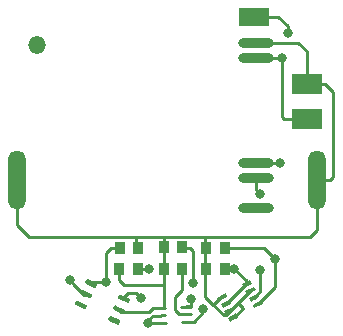
<source format=gbr>
G04 #@! TF.GenerationSoftware,KiCad,Pcbnew,(5.0.2)-1*
G04 #@! TF.CreationDate,2019-07-28T22:47:38+08:00*
G04 #@! TF.ProjectId,I2CS,49324353-2e6b-4696-9361-645f70636258,rev?*
G04 #@! TF.SameCoordinates,Original*
G04 #@! TF.FileFunction,Copper,L1,Top*
G04 #@! TF.FilePolarity,Positive*
%FSLAX46Y46*%
G04 Gerber Fmt 4.6, Leading zero omitted, Abs format (unit mm)*
G04 Created by KiCad (PCBNEW (5.0.2)-1) date 2019-07-28 22:47:38*
%MOMM*%
%LPD*%
G01*
G04 APERTURE LIST*
G04 #@! TA.AperFunction,ComponentPad*
%ADD10O,1.500000X1.500000*%
G04 #@! TD*
G04 #@! TA.AperFunction,SMDPad,CuDef*
%ADD11R,0.930000X0.980000*%
G04 #@! TD*
G04 #@! TA.AperFunction,ComponentPad*
%ADD12O,1.500000X5.000000*%
G04 #@! TD*
G04 #@! TA.AperFunction,SMDPad,CuDef*
%ADD13R,2.500000X1.500000*%
G04 #@! TD*
G04 #@! TA.AperFunction,SMDPad,CuDef*
%ADD14O,3.000000X0.800000*%
G04 #@! TD*
G04 #@! TA.AperFunction,Conductor*
%ADD15C,0.100000*%
G04 #@! TD*
G04 #@! TA.AperFunction,SMDPad,CuDef*
%ADD16C,0.400000*%
G04 #@! TD*
G04 #@! TA.AperFunction,SMDPad,CuDef*
%ADD17C,0.350000*%
G04 #@! TD*
G04 #@! TA.AperFunction,SMDPad,CuDef*
%ADD18R,2.600000X1.800000*%
G04 #@! TD*
G04 #@! TA.AperFunction,SMDPad,CuDef*
%ADD19C,0.250000*%
G04 #@! TD*
G04 #@! TA.AperFunction,Conductor*
%ADD20C,0.250000*%
G04 #@! TD*
G04 #@! TA.AperFunction,ViaPad*
%ADD21C,0.800000*%
G04 #@! TD*
G04 APERTURE END LIST*
D10*
G04 #@! TO.P,REF\002A\002A,1*
G04 #@! TO.N,GND*
X123207780Y-98051620D03*
G04 #@! TD*
D11*
G04 #@! TO.P,C2,1*
G04 #@! TO.N,+3V3*
X133925820Y-115222020D03*
G04 #@! TO.P,C2,2*
G04 #@! TO.N,GND*
X135465820Y-115222020D03*
G04 #@! TD*
D12*
G04 #@! TO.P,BT1,1*
G04 #@! TO.N,+3V3*
X146903440Y-109481620D03*
X121503440Y-109481620D03*
G04 #@! TD*
D11*
G04 #@! TO.P,R1,2*
G04 #@! TO.N,SCL*
X139083540Y-115244880D03*
G04 #@! TO.P,R1,1*
G04 #@! TO.N,+3V3*
X137543540Y-115244880D03*
G04 #@! TD*
D13*
G04 #@! TO.P,U1,2*
G04 #@! TO.N,GND*
X141592300Y-95679260D03*
D14*
G04 #@! TO.P,U1,1*
G04 #@! TO.N,+3V3*
X141742160Y-97904300D03*
G04 #@! TO.P,U1,2*
G04 #@! TO.N,GND*
X141742160Y-99174300D03*
G04 #@! TO.P,U1,9*
G04 #@! TO.N,SCL*
X141742160Y-108064300D03*
G04 #@! TO.P,U1,10*
G04 #@! TO.N,SDA*
X141742160Y-109334300D03*
G04 #@! TO.P,U1,12*
G04 #@! TO.N,Net-(U1-Pad12)*
X141765020Y-111874300D03*
G04 #@! TD*
D15*
G04 #@! TO.N,SCL*
G04 #@! TO.C,U2*
G36*
X130281488Y-119222197D02*
X130291123Y-119224059D01*
X130300529Y-119226856D01*
X130309616Y-119230562D01*
X131034662Y-119568657D01*
X131043342Y-119573236D01*
X131051531Y-119578644D01*
X131059151Y-119584828D01*
X131066128Y-119591729D01*
X131072395Y-119599281D01*
X131077891Y-119607411D01*
X131082564Y-119616040D01*
X131086369Y-119625086D01*
X131089269Y-119634461D01*
X131091236Y-119644076D01*
X131092251Y-119653837D01*
X131092305Y-119663650D01*
X131091396Y-119673421D01*
X131089534Y-119683057D01*
X131086737Y-119692463D01*
X131083031Y-119701550D01*
X130998507Y-119882811D01*
X130993928Y-119891491D01*
X130988520Y-119899680D01*
X130982336Y-119907300D01*
X130975435Y-119914277D01*
X130967883Y-119920544D01*
X130959753Y-119926040D01*
X130951124Y-119930714D01*
X130942078Y-119934518D01*
X130932702Y-119937418D01*
X130923088Y-119939385D01*
X130913327Y-119940400D01*
X130903514Y-119940454D01*
X130893742Y-119939545D01*
X130884107Y-119937683D01*
X130874701Y-119934886D01*
X130865614Y-119931180D01*
X130140568Y-119593085D01*
X130131888Y-119588506D01*
X130123699Y-119583098D01*
X130116079Y-119576914D01*
X130109102Y-119570013D01*
X130102835Y-119562461D01*
X130097339Y-119554331D01*
X130092666Y-119545702D01*
X130088861Y-119536656D01*
X130085961Y-119527281D01*
X130083994Y-119517666D01*
X130082979Y-119507905D01*
X130082925Y-119498092D01*
X130083834Y-119488321D01*
X130085696Y-119478685D01*
X130088493Y-119469279D01*
X130092199Y-119460192D01*
X130176723Y-119278931D01*
X130181302Y-119270251D01*
X130186710Y-119262062D01*
X130192894Y-119254442D01*
X130199795Y-119247465D01*
X130207347Y-119241198D01*
X130215477Y-119235702D01*
X130224106Y-119231028D01*
X130233152Y-119227224D01*
X130242528Y-119224324D01*
X130252142Y-119222357D01*
X130261903Y-119221342D01*
X130271716Y-119221288D01*
X130281488Y-119222197D01*
X130281488Y-119222197D01*
G37*
D16*
G04 #@! TD*
G04 #@! TO.P,U2,6*
G04 #@! TO.N,SCL*
X130587615Y-119580871D03*
D15*
G04 #@! TO.N,+3V3*
G04 #@! TO.C,U2*
G36*
X129858870Y-120128504D02*
X129868505Y-120130366D01*
X129877911Y-120133163D01*
X129886998Y-120136869D01*
X130612044Y-120474964D01*
X130620724Y-120479543D01*
X130628913Y-120484951D01*
X130636533Y-120491135D01*
X130643510Y-120498036D01*
X130649777Y-120505588D01*
X130655273Y-120513718D01*
X130659946Y-120522347D01*
X130663751Y-120531393D01*
X130666651Y-120540768D01*
X130668618Y-120550383D01*
X130669633Y-120560144D01*
X130669687Y-120569957D01*
X130668778Y-120579728D01*
X130666916Y-120589364D01*
X130664119Y-120598770D01*
X130660413Y-120607857D01*
X130575889Y-120789118D01*
X130571310Y-120797798D01*
X130565902Y-120805987D01*
X130559718Y-120813607D01*
X130552817Y-120820584D01*
X130545265Y-120826851D01*
X130537135Y-120832347D01*
X130528506Y-120837021D01*
X130519460Y-120840825D01*
X130510084Y-120843725D01*
X130500470Y-120845692D01*
X130490709Y-120846707D01*
X130480896Y-120846761D01*
X130471124Y-120845852D01*
X130461489Y-120843990D01*
X130452083Y-120841193D01*
X130442996Y-120837487D01*
X129717950Y-120499392D01*
X129709270Y-120494813D01*
X129701081Y-120489405D01*
X129693461Y-120483221D01*
X129686484Y-120476320D01*
X129680217Y-120468768D01*
X129674721Y-120460638D01*
X129670048Y-120452009D01*
X129666243Y-120442963D01*
X129663343Y-120433588D01*
X129661376Y-120423973D01*
X129660361Y-120414212D01*
X129660307Y-120404399D01*
X129661216Y-120394628D01*
X129663078Y-120384992D01*
X129665875Y-120375586D01*
X129669581Y-120366499D01*
X129754105Y-120185238D01*
X129758684Y-120176558D01*
X129764092Y-120168369D01*
X129770276Y-120160749D01*
X129777177Y-120153772D01*
X129784729Y-120147505D01*
X129792859Y-120142009D01*
X129801488Y-120137335D01*
X129810534Y-120133531D01*
X129819910Y-120130631D01*
X129829524Y-120128664D01*
X129839285Y-120127649D01*
X129849098Y-120127595D01*
X129858870Y-120128504D01*
X129858870Y-120128504D01*
G37*
D16*
G04 #@! TD*
G04 #@! TO.P,U2,5*
G04 #@! TO.N,+3V3*
X130164997Y-120487178D03*
D15*
G04 #@! TO.N,Net-(U2-Pad4)*
G04 #@! TO.C,U2*
G36*
X129436252Y-121034812D02*
X129445887Y-121036674D01*
X129455293Y-121039471D01*
X129464380Y-121043177D01*
X130189426Y-121381272D01*
X130198106Y-121385851D01*
X130206295Y-121391259D01*
X130213915Y-121397443D01*
X130220892Y-121404344D01*
X130227159Y-121411896D01*
X130232655Y-121420026D01*
X130237328Y-121428655D01*
X130241133Y-121437701D01*
X130244033Y-121447076D01*
X130246000Y-121456691D01*
X130247015Y-121466452D01*
X130247069Y-121476265D01*
X130246160Y-121486036D01*
X130244298Y-121495672D01*
X130241501Y-121505078D01*
X130237795Y-121514165D01*
X130153271Y-121695426D01*
X130148692Y-121704106D01*
X130143284Y-121712295D01*
X130137100Y-121719915D01*
X130130199Y-121726892D01*
X130122647Y-121733159D01*
X130114517Y-121738655D01*
X130105888Y-121743329D01*
X130096842Y-121747133D01*
X130087466Y-121750033D01*
X130077852Y-121752000D01*
X130068091Y-121753015D01*
X130058278Y-121753069D01*
X130048506Y-121752160D01*
X130038871Y-121750298D01*
X130029465Y-121747501D01*
X130020378Y-121743795D01*
X129295332Y-121405700D01*
X129286652Y-121401121D01*
X129278463Y-121395713D01*
X129270843Y-121389529D01*
X129263866Y-121382628D01*
X129257599Y-121375076D01*
X129252103Y-121366946D01*
X129247430Y-121358317D01*
X129243625Y-121349271D01*
X129240725Y-121339896D01*
X129238758Y-121330281D01*
X129237743Y-121320520D01*
X129237689Y-121310707D01*
X129238598Y-121300936D01*
X129240460Y-121291300D01*
X129243257Y-121281894D01*
X129246963Y-121272807D01*
X129331487Y-121091546D01*
X129336066Y-121082866D01*
X129341474Y-121074677D01*
X129347658Y-121067057D01*
X129354559Y-121060080D01*
X129362111Y-121053813D01*
X129370241Y-121048317D01*
X129378870Y-121043643D01*
X129387916Y-121039839D01*
X129397292Y-121036939D01*
X129406906Y-121034972D01*
X129416667Y-121033957D01*
X129426480Y-121033903D01*
X129436252Y-121034812D01*
X129436252Y-121034812D01*
G37*
D16*
G04 #@! TD*
G04 #@! TO.P,U2,4*
G04 #@! TO.N,Net-(U2-Pad4)*
X129742379Y-121393486D03*
D15*
G04 #@! TO.N,Net-(U2-Pad3)*
G04 #@! TO.C,U2*
G36*
X126626698Y-119724695D02*
X126636333Y-119726557D01*
X126645739Y-119729354D01*
X126654826Y-119733060D01*
X127379872Y-120071155D01*
X127388552Y-120075734D01*
X127396741Y-120081142D01*
X127404361Y-120087326D01*
X127411338Y-120094227D01*
X127417605Y-120101779D01*
X127423101Y-120109909D01*
X127427774Y-120118538D01*
X127431579Y-120127584D01*
X127434479Y-120136959D01*
X127436446Y-120146574D01*
X127437461Y-120156335D01*
X127437515Y-120166148D01*
X127436606Y-120175919D01*
X127434744Y-120185555D01*
X127431947Y-120194961D01*
X127428241Y-120204048D01*
X127343717Y-120385309D01*
X127339138Y-120393989D01*
X127333730Y-120402178D01*
X127327546Y-120409798D01*
X127320645Y-120416775D01*
X127313093Y-120423042D01*
X127304963Y-120428538D01*
X127296334Y-120433212D01*
X127287288Y-120437016D01*
X127277912Y-120439916D01*
X127268298Y-120441883D01*
X127258537Y-120442898D01*
X127248724Y-120442952D01*
X127238952Y-120442043D01*
X127229317Y-120440181D01*
X127219911Y-120437384D01*
X127210824Y-120433678D01*
X126485778Y-120095583D01*
X126477098Y-120091004D01*
X126468909Y-120085596D01*
X126461289Y-120079412D01*
X126454312Y-120072511D01*
X126448045Y-120064959D01*
X126442549Y-120056829D01*
X126437876Y-120048200D01*
X126434071Y-120039154D01*
X126431171Y-120029779D01*
X126429204Y-120020164D01*
X126428189Y-120010403D01*
X126428135Y-120000590D01*
X126429044Y-119990819D01*
X126430906Y-119981183D01*
X126433703Y-119971777D01*
X126437409Y-119962690D01*
X126521933Y-119781429D01*
X126526512Y-119772749D01*
X126531920Y-119764560D01*
X126538104Y-119756940D01*
X126545005Y-119749963D01*
X126552557Y-119743696D01*
X126560687Y-119738200D01*
X126569316Y-119733526D01*
X126578362Y-119729722D01*
X126587738Y-119726822D01*
X126597352Y-119724855D01*
X126607113Y-119723840D01*
X126616926Y-119723786D01*
X126626698Y-119724695D01*
X126626698Y-119724695D01*
G37*
D16*
G04 #@! TD*
G04 #@! TO.P,U2,3*
G04 #@! TO.N,Net-(U2-Pad3)*
X126932825Y-120083369D03*
D15*
G04 #@! TO.N,GND*
G04 #@! TO.C,U2*
G36*
X127049316Y-118818388D02*
X127058951Y-118820250D01*
X127068357Y-118823047D01*
X127077444Y-118826753D01*
X127802490Y-119164848D01*
X127811170Y-119169427D01*
X127819359Y-119174835D01*
X127826979Y-119181019D01*
X127833956Y-119187920D01*
X127840223Y-119195472D01*
X127845719Y-119203602D01*
X127850392Y-119212231D01*
X127854197Y-119221277D01*
X127857097Y-119230652D01*
X127859064Y-119240267D01*
X127860079Y-119250028D01*
X127860133Y-119259841D01*
X127859224Y-119269612D01*
X127857362Y-119279248D01*
X127854565Y-119288654D01*
X127850859Y-119297741D01*
X127766335Y-119479002D01*
X127761756Y-119487682D01*
X127756348Y-119495871D01*
X127750164Y-119503491D01*
X127743263Y-119510468D01*
X127735711Y-119516735D01*
X127727581Y-119522231D01*
X127718952Y-119526905D01*
X127709906Y-119530709D01*
X127700530Y-119533609D01*
X127690916Y-119535576D01*
X127681155Y-119536591D01*
X127671342Y-119536645D01*
X127661570Y-119535736D01*
X127651935Y-119533874D01*
X127642529Y-119531077D01*
X127633442Y-119527371D01*
X126908396Y-119189276D01*
X126899716Y-119184697D01*
X126891527Y-119179289D01*
X126883907Y-119173105D01*
X126876930Y-119166204D01*
X126870663Y-119158652D01*
X126865167Y-119150522D01*
X126860494Y-119141893D01*
X126856689Y-119132847D01*
X126853789Y-119123472D01*
X126851822Y-119113857D01*
X126850807Y-119104096D01*
X126850753Y-119094283D01*
X126851662Y-119084512D01*
X126853524Y-119074876D01*
X126856321Y-119065470D01*
X126860027Y-119056383D01*
X126944551Y-118875122D01*
X126949130Y-118866442D01*
X126954538Y-118858253D01*
X126960722Y-118850633D01*
X126967623Y-118843656D01*
X126975175Y-118837389D01*
X126983305Y-118831893D01*
X126991934Y-118827219D01*
X127000980Y-118823415D01*
X127010356Y-118820515D01*
X127019970Y-118818548D01*
X127029731Y-118817533D01*
X127039544Y-118817479D01*
X127049316Y-118818388D01*
X127049316Y-118818388D01*
G37*
D16*
G04 #@! TD*
G04 #@! TO.P,U2,2*
G04 #@! TO.N,GND*
X127355443Y-119177062D03*
D15*
G04 #@! TO.N,SDA*
G04 #@! TO.C,U2*
G36*
X127471934Y-117912080D02*
X127481569Y-117913942D01*
X127490975Y-117916739D01*
X127500062Y-117920445D01*
X128225108Y-118258540D01*
X128233788Y-118263119D01*
X128241977Y-118268527D01*
X128249597Y-118274711D01*
X128256574Y-118281612D01*
X128262841Y-118289164D01*
X128268337Y-118297294D01*
X128273010Y-118305923D01*
X128276815Y-118314969D01*
X128279715Y-118324344D01*
X128281682Y-118333959D01*
X128282697Y-118343720D01*
X128282751Y-118353533D01*
X128281842Y-118363304D01*
X128279980Y-118372940D01*
X128277183Y-118382346D01*
X128273477Y-118391433D01*
X128188953Y-118572694D01*
X128184374Y-118581374D01*
X128178966Y-118589563D01*
X128172782Y-118597183D01*
X128165881Y-118604160D01*
X128158329Y-118610427D01*
X128150199Y-118615923D01*
X128141570Y-118620597D01*
X128132524Y-118624401D01*
X128123148Y-118627301D01*
X128113534Y-118629268D01*
X128103773Y-118630283D01*
X128093960Y-118630337D01*
X128084188Y-118629428D01*
X128074553Y-118627566D01*
X128065147Y-118624769D01*
X128056060Y-118621063D01*
X127331014Y-118282968D01*
X127322334Y-118278389D01*
X127314145Y-118272981D01*
X127306525Y-118266797D01*
X127299548Y-118259896D01*
X127293281Y-118252344D01*
X127287785Y-118244214D01*
X127283112Y-118235585D01*
X127279307Y-118226539D01*
X127276407Y-118217164D01*
X127274440Y-118207549D01*
X127273425Y-118197788D01*
X127273371Y-118187975D01*
X127274280Y-118178204D01*
X127276142Y-118168568D01*
X127278939Y-118159162D01*
X127282645Y-118150075D01*
X127367169Y-117968814D01*
X127371748Y-117960134D01*
X127377156Y-117951945D01*
X127383340Y-117944325D01*
X127390241Y-117937348D01*
X127397793Y-117931081D01*
X127405923Y-117925585D01*
X127414552Y-117920911D01*
X127423598Y-117917107D01*
X127432974Y-117914207D01*
X127442588Y-117912240D01*
X127452349Y-117911225D01*
X127462162Y-117911171D01*
X127471934Y-117912080D01*
X127471934Y-117912080D01*
G37*
D16*
G04 #@! TD*
G04 #@! TO.P,U2,1*
G04 #@! TO.N,SDA*
X127778061Y-118270754D03*
D17*
G04 #@! TO.P,U3,5*
G04 #@! TO.N,+3V3*
X139800991Y-121148103D03*
D15*
G04 #@! TD*
G04 #@! TO.N,+3V3*
G04 #@! TO.C,U3*
G36*
X139529969Y-121490407D02*
X139365654Y-121181376D01*
X140072013Y-120805799D01*
X140236328Y-121114830D01*
X139529969Y-121490407D01*
X139529969Y-121490407D01*
G37*
D17*
G04 #@! TO.P,U3,6*
G04 #@! TO.N,+3V3*
X139495835Y-120574187D03*
D15*
G04 #@! TD*
G04 #@! TO.N,+3V3*
G04 #@! TO.C,U3*
G36*
X139224813Y-120916491D02*
X139060498Y-120607460D01*
X139766857Y-120231883D01*
X139931172Y-120540914D01*
X139224813Y-120916491D01*
X139224813Y-120916491D01*
G37*
D17*
G04 #@! TO.P,U3,7*
G04 #@! TO.N,GND*
X139190678Y-120000271D03*
D15*
G04 #@! TD*
G04 #@! TO.N,GND*
G04 #@! TO.C,U3*
G36*
X138919656Y-120342575D02*
X138755341Y-120033544D01*
X139461700Y-119657967D01*
X139626015Y-119966998D01*
X138919656Y-120342575D01*
X138919656Y-120342575D01*
G37*
D17*
G04 #@! TO.P,U3,8*
G04 #@! TO.N,+3V3*
X138885522Y-119426355D03*
D15*
G04 #@! TD*
G04 #@! TO.N,+3V3*
G04 #@! TO.C,U3*
G36*
X138614500Y-119768659D02*
X138450185Y-119459628D01*
X139156544Y-119084051D01*
X139320859Y-119393082D01*
X138614500Y-119768659D01*
X138614500Y-119768659D01*
G37*
D17*
G04 #@! TO.P,U3,1*
G04 #@! TO.N,GND*
X140960449Y-118323097D03*
D15*
G04 #@! TD*
G04 #@! TO.N,GND*
G04 #@! TO.C,U3*
G36*
X140689427Y-118665401D02*
X140525112Y-118356370D01*
X141231471Y-117980793D01*
X141395786Y-118289824D01*
X140689427Y-118665401D01*
X140689427Y-118665401D01*
G37*
D17*
G04 #@! TO.P,U3,2*
G04 #@! TO.N,+3V3*
X141265605Y-118897013D03*
D15*
G04 #@! TD*
G04 #@! TO.N,+3V3*
G04 #@! TO.C,U3*
G36*
X140994583Y-119239317D02*
X140830268Y-118930286D01*
X141536627Y-118554709D01*
X141700942Y-118863740D01*
X140994583Y-119239317D01*
X140994583Y-119239317D01*
G37*
D17*
G04 #@! TO.P,U3,3*
G04 #@! TO.N,SDA*
X141570762Y-119470929D03*
D15*
G04 #@! TD*
G04 #@! TO.N,SDA*
G04 #@! TO.C,U3*
G36*
X141299740Y-119813233D02*
X141135425Y-119504202D01*
X141841784Y-119128625D01*
X142006099Y-119437656D01*
X141299740Y-119813233D01*
X141299740Y-119813233D01*
G37*
D17*
G04 #@! TO.P,U3,4*
G04 #@! TO.N,SCL*
X141875918Y-120044845D03*
D15*
G04 #@! TD*
G04 #@! TO.N,SCL*
G04 #@! TO.C,U3*
G36*
X141604896Y-120387149D02*
X141440581Y-120078118D01*
X142146940Y-119702541D01*
X142311255Y-120011572D01*
X141604896Y-120387149D01*
X141604896Y-120387149D01*
G37*
D18*
G04 #@! TO.P,C1,2*
G04 #@! TO.N,GND*
X146014441Y-104385240D03*
G04 #@! TO.P,C1,1*
G04 #@! TO.N,+3V3*
X146014439Y-101385240D03*
G04 #@! TD*
D11*
G04 #@! TO.P,R2,2*
G04 #@! TO.N,+3V3*
X131740400Y-115224560D03*
G04 #@! TO.P,R2,1*
G04 #@! TO.N,SDA*
X130200400Y-115224560D03*
G04 #@! TD*
G04 #@! TO.P,C3,2*
G04 #@! TO.N,GND*
X131714240Y-117055900D03*
G04 #@! TO.P,C3,1*
G04 #@! TO.N,+3V3*
X130174240Y-117055900D03*
G04 #@! TD*
G04 #@! TO.P,C4,2*
G04 #@! TO.N,GND*
X139070840Y-117053360D03*
G04 #@! TO.P,C4,1*
G04 #@! TO.N,+3V3*
X137530840Y-117053360D03*
G04 #@! TD*
G04 #@! TO.P,R3,2*
G04 #@! TO.N,+3V3*
X133920740Y-117055900D03*
G04 #@! TO.P,R3,1*
G04 #@! TO.N,Net-(OPT1-Pad5)*
X135460740Y-117055900D03*
G04 #@! TD*
D19*
G04 #@! TO.P,OPT1,4*
G04 #@! TO.N,SCL*
X135867140Y-121526300D03*
D20*
G04 #@! TD*
G04 #@! TO.N,SCL*
G04 #@! TO.C,OPT1*
X135492654Y-121545926D02*
X136241626Y-121506674D01*
D19*
G04 #@! TO.P,OPT1,5*
G04 #@! TO.N,Net-(OPT1-Pad5)*
X135833122Y-120877191D03*
D20*
G04 #@! TD*
G04 #@! TO.N,Net-(OPT1-Pad5)*
G04 #@! TO.C,OPT1*
X135458636Y-120896817D02*
X136207608Y-120857565D01*
D19*
G04 #@! TO.P,OPT1,6*
G04 #@! TO.N,SDA*
X135799103Y-120228081D03*
D20*
G04 #@! TD*
G04 #@! TO.N,SDA*
G04 #@! TO.C,OPT1*
X135424617Y-120247707D02*
X136173589Y-120208455D01*
D19*
G04 #@! TO.P,OPT1,3*
G04 #@! TO.N,GND*
X133716172Y-121639027D03*
D20*
G04 #@! TD*
G04 #@! TO.N,GND*
G04 #@! TO.C,OPT1*
X133341686Y-121658653D02*
X134090658Y-121619401D01*
D19*
G04 #@! TO.P,OPT1,2*
G04 #@! TO.N,GND*
X133682154Y-120989918D03*
D20*
G04 #@! TD*
G04 #@! TO.N,GND*
G04 #@! TO.C,OPT1*
X133307668Y-121009544D02*
X134056640Y-120970292D01*
D19*
G04 #@! TO.P,OPT1,1*
G04 #@! TO.N,+3V3*
X133648135Y-120340809D03*
D20*
G04 #@! TD*
G04 #@! TO.N,+3V3*
G04 #@! TO.C,OPT1*
X133273649Y-120360435D02*
X134022621Y-120321183D01*
D21*
G04 #@! TO.N,GND*
X125961140Y-118003320D03*
X143946880Y-99220020D03*
X144434560Y-97043240D03*
X132566107Y-121639027D03*
X132689600Y-117060980D03*
X136380220Y-118229380D03*
X139913360Y-117055900D03*
G04 #@! TO.N,SDA*
X129029460Y-118125240D03*
X136268460Y-119580660D03*
X142114690Y-110658490D03*
X142112150Y-117095690D03*
G04 #@! TO.N,SCL*
X132006340Y-119540020D03*
X137269220Y-120398540D03*
X143357600Y-116166900D03*
X143758925Y-108064305D03*
G04 #@! TD*
D20*
G04 #@! TO.N,+3V3*
X133920740Y-117055900D02*
X133920740Y-117795900D01*
X139931140Y-121023845D02*
X140048228Y-121140933D01*
X130174240Y-117944140D02*
X130174240Y-117055900D01*
X130591560Y-118361460D02*
X130174240Y-117944140D01*
X133902960Y-118361460D02*
X130591560Y-118361460D01*
X133920740Y-117795900D02*
X133920740Y-118343680D01*
X133920740Y-118343680D02*
X133902960Y-118361460D01*
X139085812Y-119330890D02*
X138921070Y-119330890D01*
X140639800Y-120362405D02*
X140188996Y-119911601D01*
X139933433Y-121077682D02*
X140639800Y-120371315D01*
X140639800Y-120371315D02*
X140639800Y-120362405D01*
X139495835Y-120574187D02*
X139129359Y-120940663D01*
X139129359Y-120940663D02*
X138993565Y-120940663D01*
X138993565Y-120940663D02*
X137939780Y-119886878D01*
X133920740Y-120340809D02*
X133920740Y-117795900D01*
X133648135Y-120340809D02*
X133920740Y-120340809D01*
X130302310Y-120672860D02*
X130074366Y-120444916D01*
X132657710Y-120672860D02*
X130302310Y-120672860D01*
X133648135Y-120340809D02*
X132989761Y-120340809D01*
X132989761Y-120340809D02*
X132657710Y-120672860D01*
X121503440Y-109481620D02*
X121749820Y-109481620D01*
X146903440Y-109738160D02*
X146903440Y-109481620D01*
X137434320Y-117059200D02*
X137431020Y-117055900D01*
X137939780Y-119886878D02*
X137434320Y-119381418D01*
X137434320Y-119381418D02*
X137434320Y-117059200D01*
X138107981Y-120055079D02*
X137939780Y-119886878D01*
X138885522Y-119426355D02*
X138736705Y-119426355D01*
X138736705Y-119426355D02*
X138107981Y-120055079D01*
X137431020Y-117055900D02*
X137431020Y-116315900D01*
X143492160Y-97904300D02*
X141742160Y-97904300D01*
X145295620Y-97904300D02*
X143492160Y-97904300D01*
X146014439Y-101385240D02*
X146014439Y-98623119D01*
X146014439Y-98623119D02*
X145295620Y-97904300D01*
X147557360Y-101385240D02*
X146014439Y-101385240D01*
X148272500Y-102100380D02*
X147557360Y-101385240D01*
X148272500Y-109214920D02*
X148272500Y-102100380D01*
X146903440Y-109481620D02*
X148005800Y-109481620D01*
X148005800Y-109481620D02*
X148272500Y-109214920D01*
X139526410Y-120574187D02*
X140188996Y-119911601D01*
X139495835Y-120574187D02*
X139526410Y-120574187D01*
X141203584Y-118897013D02*
X141265605Y-118897013D01*
X140188996Y-119911601D02*
X141203584Y-118897013D01*
X139221955Y-120940663D02*
X141265605Y-118897013D01*
X139129359Y-120940663D02*
X139221955Y-120940663D01*
X131740400Y-115224560D02*
X131740400Y-115489740D01*
X137431020Y-115229640D02*
X137431020Y-117055900D01*
X137436100Y-115224560D02*
X137431020Y-115229640D01*
X131511040Y-114343180D02*
X131269740Y-114343180D01*
X131577080Y-114409220D02*
X131511040Y-114343180D01*
X131740400Y-115224560D02*
X131577080Y-115061240D01*
X131577080Y-115061240D02*
X131577080Y-114409220D01*
X133913880Y-114343180D02*
X131269740Y-114343180D01*
X137441940Y-114343180D02*
X133913880Y-114343180D01*
X137431020Y-114354100D02*
X137441940Y-114343180D01*
X137431020Y-115224560D02*
X137431020Y-114354100D01*
X133920740Y-115227860D02*
X133920740Y-117055900D01*
X133913880Y-114343180D02*
X133920740Y-114350040D01*
X133920740Y-114350040D02*
X133920740Y-115227860D01*
X131269740Y-114343180D02*
X124615000Y-114343180D01*
X121503440Y-113324640D02*
X121503440Y-109481620D01*
X124615000Y-114343180D02*
X122521980Y-114343180D01*
X122521980Y-114343180D02*
X121503440Y-113324640D01*
X146339560Y-114343180D02*
X137441940Y-114343180D01*
X146903440Y-109481620D02*
X146903440Y-113779300D01*
X146903440Y-113779300D02*
X146339560Y-114343180D01*
G04 #@! TO.N,GND*
X132566107Y-121639027D02*
X132566107Y-121639027D01*
X127446074Y-119219324D02*
X127177144Y-119219324D01*
X126361139Y-118403319D02*
X125961140Y-118003320D01*
X127177144Y-119219324D02*
X126361139Y-118403319D01*
X143901160Y-99174300D02*
X143946880Y-99220020D01*
X141742160Y-99174300D02*
X143901160Y-99174300D01*
X143611600Y-95679260D02*
X141592300Y-95679260D01*
X144434560Y-97043240D02*
X144434560Y-96502220D01*
X144434560Y-96502220D02*
X143611600Y-95679260D01*
X132566107Y-121639027D02*
X132566107Y-121400873D01*
X132977062Y-120989918D02*
X133682154Y-120989918D01*
X133716172Y-121639027D02*
X132566107Y-121639027D01*
X132566107Y-121400873D02*
X132977062Y-120989918D01*
X132684520Y-117055900D02*
X132689600Y-117060980D01*
X131714240Y-117055900D02*
X132684520Y-117055900D01*
X136173580Y-115290600D02*
X136380220Y-115497240D01*
X135458580Y-115290600D02*
X136173580Y-115290600D01*
X136380220Y-115497240D02*
X136380220Y-118229380D01*
X136380220Y-118229380D02*
X136380220Y-118229380D01*
X143946880Y-99785705D02*
X143946880Y-99220020D01*
X143946880Y-104211120D02*
X143946880Y-99785705D01*
X146014441Y-104385240D02*
X144121000Y-104385240D01*
X144121000Y-104385240D02*
X143946880Y-104211120D01*
X139687300Y-117055900D02*
X139913360Y-117055900D01*
X139913360Y-117055900D02*
X139687300Y-117055900D01*
X140960449Y-118102989D02*
X139913360Y-117055900D01*
X140960449Y-118261076D02*
X140960449Y-118102989D01*
X139323120Y-119929850D02*
X139323120Y-119898405D01*
X139323120Y-119898405D02*
X140960449Y-118261076D01*
X139913360Y-117055900D02*
X138971020Y-117055900D01*
G04 #@! TO.N,SDA*
X128463775Y-118125240D02*
X129029460Y-118125240D01*
X127868692Y-118313016D02*
X128056468Y-118125240D01*
X128056468Y-118125240D02*
X128463775Y-118125240D01*
X136268460Y-120228081D02*
X136268460Y-119580660D01*
X135799103Y-120228081D02*
X136268460Y-120228081D01*
X129485400Y-115224560D02*
X130200400Y-115224560D01*
X129029460Y-115680500D02*
X129485400Y-115224560D01*
X129029460Y-118125240D02*
X129029460Y-115680500D01*
X141742160Y-110285960D02*
X142114690Y-110658490D01*
X141742160Y-109334300D02*
X141742160Y-110285960D01*
X142112150Y-117661375D02*
X142112150Y-117095690D01*
X142112150Y-118929541D02*
X142112150Y-117661375D01*
X141570762Y-119470929D02*
X142112150Y-118929541D01*
G04 #@! TO.N,Net-(OPT1-Pad5)*
X135223111Y-120877191D02*
X135833122Y-120877191D01*
X134866380Y-120520460D02*
X135223111Y-120877191D01*
X134866380Y-119387620D02*
X134866380Y-120520460D01*
X135460740Y-117055900D02*
X135460740Y-118793260D01*
X135460740Y-118793260D02*
X134866380Y-119387620D01*
G04 #@! TO.N,SCL*
X132006340Y-119540020D02*
X132006340Y-119540020D01*
X131574540Y-119108220D02*
X132006340Y-119540020D01*
X130496985Y-119538609D02*
X130927374Y-119108220D01*
X130927374Y-119108220D02*
X131574540Y-119108220D01*
X137269220Y-120721841D02*
X137269220Y-120398540D01*
X136464761Y-121526300D02*
X137269220Y-120721841D01*
X135867140Y-121526300D02*
X136464761Y-121526300D01*
X143492160Y-108064300D02*
X143492160Y-108064300D01*
X138971020Y-115224560D02*
X142415260Y-115224560D01*
X142415260Y-115224560D02*
X142957601Y-115766901D01*
X142957601Y-115766901D02*
X143357600Y-116166900D01*
X141875918Y-120044845D02*
X143357600Y-118563163D01*
X143357600Y-118563163D02*
X143357600Y-116732585D01*
X143357600Y-116732585D02*
X143357600Y-116166900D01*
X141742160Y-108064300D02*
X143758920Y-108064300D01*
X143758920Y-108064300D02*
X143758925Y-108064305D01*
G04 #@! TD*
M02*

</source>
